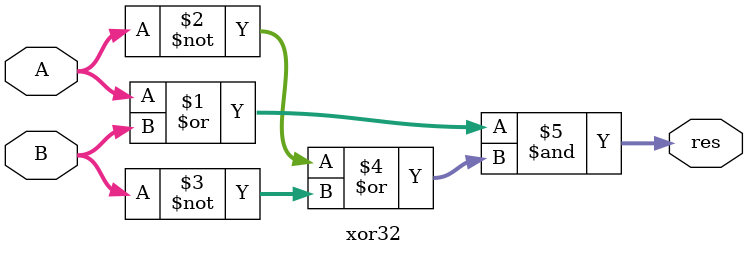
<source format=v>
`timescale 1ns / 1ps
module xor32(input [31:0] A,
				 input [31:0] B,
				 output [31:0] res
				);
	
	assign res = (A|B)&(~A|~B);		//32Î»»ò

endmodule

</source>
